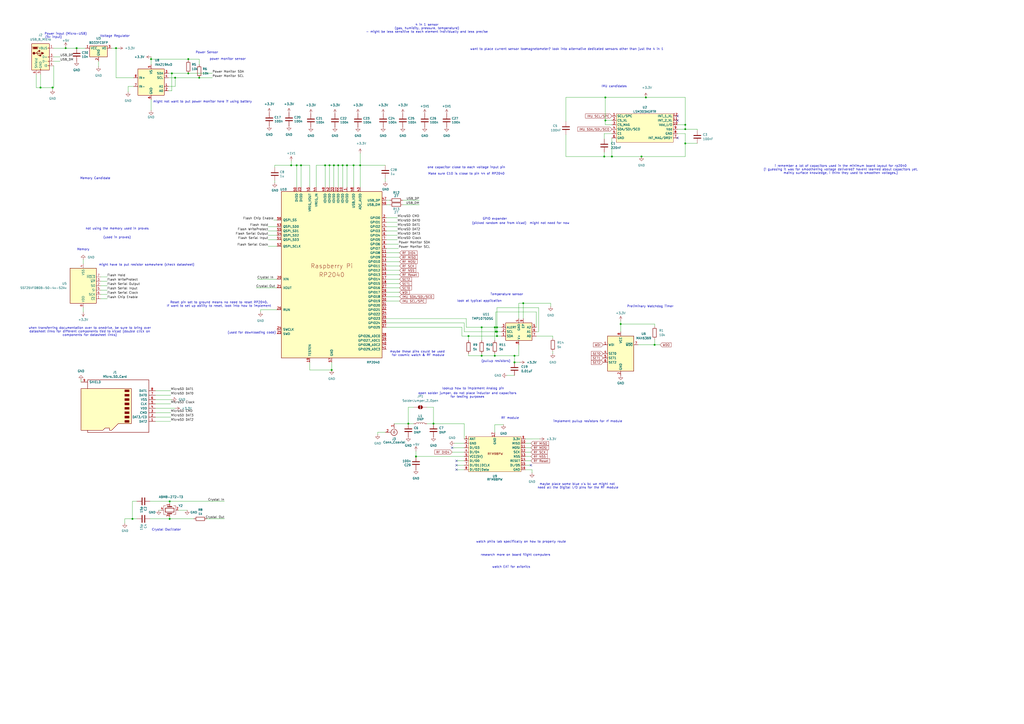
<source format=kicad_sch>
(kicad_sch (version 20250114) (generator "eeschema") (generator_version "9.0")
  (paper "A2")
  (text "lookup how to implement Analog pin " (at 274.955 225.425 0) (effects (font (size 1.27 1.27))))
  (text "watch phils lab specifically on how to properly route" (at 302.26 314.325 0) (effects (font (size 1.27 1.27))))
  (text "4 in 1 sensor\n(gas, humidity, pressure, temperature)\n- might be less sensitive to each element individually and less precise\n" (at 247.65 16.51 0) (effects (font (size 1.27 1.27))))
  (text "open solder jumper, do not place inductor and capacitors\nfor testing purposes" (at 271.145 229.235 0) (effects (font (size 1.27 1.27))))
  (text "might have to put resistor somewhere (check datasheet)" (at 85.09 153.67 0) (effects (font (size 1.27 1.27))))
  (text "RF module" (at 295.91 242.57 0) (effects (font (size 1.27 1.27))))
  (text "might not want to put power monitor here if using battery" (at 117.475 59.055 0) (effects (font (size 1.27 1.27))))
  (text "magnetometer? look into alternative dedicated sensors other than just the 4 in 1" (at 344.805 28.575 0) (effects (font (size 1.27 1.27))))
  (text "i remember a lot of capacitors used in the minimum board layout for rp2040\n(i guessing it was for smoothening voltage delivered? havent learned about capacitors yet,\nmainly surface knowledge, i think they used to smoothen voltages.)" (at 487.68 98.425 0) (effects (font (size 1.27 1.27))))
  (text "look at typical application" (at 278.13 174.625 0) (effects (font (size 1.27 1.27))))
  (text "Reset pin set to ground means no need to reset RP2040.\nIf want to set up ability to reset, look into how to implement" (at 127 176.53 0) (effects (font (size 1.27 1.27))))
  (text "one capacitor close to each voltage input pin" (at 270.51 97.155 0) (effects (font (size 1.27 1.27))))
  (text "might not need for now" (at 318.77 129.54 0) (effects (font (size 1.27 1.27))))
  (text "Power Sensor" (at 120.015 30.48 0) (effects (font (size 1.27 1.27))))
  (text "Power input (Micro-USB)" (at 38.1 19.685 0) (effects (font (size 1.27 1.27))))
  (text "watch EAT for avionics" (at 296.545 328.93 0) (effects (font (size 1.27 1.27))))
  (text "Memory Candidate" (at 55.245 103.505 0) (effects (font (size 1.27 1.27))))
  (text "maybe these pins could be used \nfor cosmic watch & RF module" (at 242.57 205.105 0) (effects (font (size 1.27 1.27))))
  (text "Memory" (at 48.26 144.78 0) (effects (font (size 1.27 1.27))))
  (text "Make sure C10 is close to pin 44 of RP2040" (at 248.285 101.6 0) (effects (font (size 1.27 1.27)) (justify left bottom)))
  (text "GPIO expander" (at 287.02 127 0) (effects (font (size 1.27 1.27))))
  (text "power monitor sensor\n" (at 132.08 34.29 0) (effects (font (size 1.27 1.27))))
  (text "Crystal Oscillator" (at 96.52 307.34 0) (effects (font (size 1.27 1.27))))
  (text "want to place current sensor too" (at 288.925 28.575 0) (effects (font (size 1.27 1.27))))
  (text "Voltage Regulator" (at 66.675 20.955 0) (effects (font (size 1.27 1.27))))
  (text "(picked random one from kicad)" (at 289.56 129.54 0) (effects (font (size 1.27 1.27))))
  (text "Temperature sensor" (at 294.005 170.815 0) (effects (font (size 1.27 1.27))))
  (text "maybe place some blue x's bc we might not \nneed all the Digital I/O pins for the RF module" (at 335.28 281.94 0) (effects (font (size 1.27 1.27))))
  (text "IMU candidates" (at 356.235 50.165 0) (effects (font (size 1.27 1.27))))
  (text "not using the memory used in proves\n" (at 67.945 132.715 0) (effects (font (size 1.27 1.27))))
  (text "research more on board flight computers\n" (at 299.085 321.945 0) (effects (font (size 1.27 1.27))))
  (text "(used in proves)" (at 67.945 137.795 0) (effects (font (size 1.27 1.27))))
  (text "Preliminary Watchdog Timer" (at 377.19 177.8 0) (effects (font (size 1.27 1.27))))
  (text "implement pullup resistors for rf module" (at 340.995 244.475 0) (effects (font (size 1.27 1.27))))
  (text "(pullup resistors)" (at 287.655 209.55 0) (effects (font (size 1.27 1.27))))
  (text "(5v input)" (at 31.115 21.59 0) (effects (font (size 1.27 1.27))))
  (text "(used for downloading code)" (at 146.05 193.04 0) (effects (font (size 1.27 1.27))))
  (text "when transferring documentation over to onedrive, be sure to bring over\ndatasheet links for different components tied to kicad (double click on\ncomponents for datasheet links)" (at 52.07 192.405 0) (effects (font (size 1.27 1.27))))
  (junction (at 241.3 264.795))
  (junction (at 101.6 45.085))
  (junction (at 196.215 95.885))
  (junction (at 279.4 206.375))
  (junction (at 374.65 56.515))
  (junction (at 279.4 189.865))
  (junction (at 236.855 245.745))
  (junction (at 351.155 69.85))
  (junction (at 208.915 95.885))
  (junction (at 271.78 194.945))
  (junction (at 303.53 175.895))
  (junction (at 23.495 50.8))
  (junction (at 168.91 95.885))
  (junction (at 287.02 206.375))
  (junction (at 30.48 50.8))
  (junction (at 174.625 95.885))
  (junction (at 372.11 90.805))
  (junction (at 287.02 189.865))
  (junction (at 287.655 192.405))
  (junction (at 288.29 189.865))
  (junction (at 354.965 90.805))
  (junction (at 288.29 194.945))
  (junction (at 198.755 95.885))
  (junction (at 298.45 206.375))
  (junction (at 251.46 245.745))
  (junction (at 193.675 95.885))
  (junction (at 76.835 300.99))
  (junction (at 288.29 192.405))
  (junction (at 98.425 300.99))
  (junction (at 205.105 95.885))
  (junction (at 350.52 90.805))
  (junction (at 191.135 95.885))
  (junction (at 379.73 200.025))
  (junction (at 99.695 42.545))
  (junction (at 98.425 290.83))
  (junction (at 38.1 27.94))
  (junction (at 115.57 45.085))
  (junction (at 192.405 214.63))
  (junction (at 109.22 34.29))
  (junction (at 188.595 95.885))
  (junction (at 397.51 72.39))
  (junction (at 44.45 27.94))
  (junction (at 360.045 187.96))
  (junction (at 109.22 42.545))
  (junction (at 87.63 34.29))
  (junction (at 67.31 27.94))
  (junction (at 172.085 95.885))
  (junction (at 201.295 95.885))
  (junction (at 397.51 83.185))
  (junction (at 351.155 56.515))
  (junction (at 397.51 74.93))
  (junction (at 298.45 210.185))
  (no_connect (at 393.065 67.31))
  (no_connect (at 393.065 69.85))
  (no_connect (at 264.795 272.415))
  (no_connect (at 264.795 269.875))
  (no_connect (at 393.065 80.01))
  (no_connect (at 262.255 259.715))
  (no_connect (at 307.975 269.875))
  (no_connect (at 264.795 267.335))
  (wire (pts (xy 374.65 56.515) (xy 397.51 56.515)))
  (wire (pts (xy 99.695 42.545) (xy 109.22 42.545)))
  (wire (pts (xy 74.295 53.34) (xy 74.295 50.165)))
  (wire (pts (xy 224.155 159.385) (xy 231.775 159.385)))
  (wire (pts (xy 404.495 75.565) (xy 404.495 74.93)))
  (wire (pts (xy 290.83 194.945) (xy 288.29 194.945)))
  (wire (pts (xy 393.065 77.47) (xy 397.51 77.47)))
  (wire (pts (xy 224.155 133.985) (xy 230.505 133.985)))
  (wire (pts (xy 155.575 142.875) (xy 160.655 142.875)))
  (wire (pts (xy 264.795 269.875) (xy 269.24 269.875)))
  (wire (pts (xy 288.29 192.405) (xy 287.655 192.405)))
  (wire (pts (xy 208.915 95.885) (xy 223.52 95.885)))
  (wire (pts (xy 44.45 27.94) (xy 49.53 27.94)))
  (wire (pts (xy 287.02 206.375) (xy 298.45 206.375)))
  (wire (pts (xy 193.675 108.585) (xy 193.675 95.885)))
  (wire (pts (xy 67.31 27.94) (xy 68.58 27.94)))
  (wire (pts (xy 240.03 236.22) (xy 236.855 236.22)))
  (wire (pts (xy 159.385 95.885) (xy 168.91 95.885)))
  (wire (pts (xy 379.73 187.96) (xy 360.045 187.96)))
  (wire (pts (xy 31.115 33.02) (xy 34.925 33.02)))
  (wire (pts (xy 196.215 95.885) (xy 198.755 95.885)))
  (wire (pts (xy 224.155 167.005) (xy 231.775 167.005)))
  (wire (pts (xy 304.8 254.635) (xy 313.055 254.635)))
  (wire (pts (xy 115.57 34.29) (xy 115.57 37.465)))
  (wire (pts (xy 224.155 136.525) (xy 230.505 136.525)))
  (wire (pts (xy 48.26 178.435) (xy 48.26 180.975)))
  (wire (pts (xy 174.625 95.885) (xy 172.085 95.885)))
  (wire (pts (xy 87.63 34.29) (xy 87.63 37.465)))
  (wire (pts (xy 300.99 206.375) (xy 298.45 206.375)))
  (wire (pts (xy 158.75 127.635) (xy 160.655 127.635)))
  (wire (pts (xy 46.99 220.345) (xy 46.99 221.615)))
  (wire (pts (xy 226.06 116.205) (xy 224.155 116.205)))
  (wire (pts (xy 287.02 250.825) (xy 287.02 246.38)))
  (wire (pts (xy 304.8 272.415) (xy 308.61 272.415)))
  (wire (pts (xy 98.425 292.1) (xy 98.425 290.83)))
  (wire (pts (xy 397.51 74.93) (xy 393.065 74.93)))
  (wire (pts (xy 351.155 69.85) (xy 351.155 56.515)))
  (wire (pts (xy 288.29 189.865) (xy 288.29 192.405)))
  (wire (pts (xy 270.51 189.865) (xy 270.51 184.785)))
  (wire (pts (xy 223.52 103.505) (xy 223.52 105.41)))
  (wire (pts (xy 287.655 180.975) (xy 287.655 192.405)))
  (wire (pts (xy 224.155 144.145) (xy 231.14 144.145)))
  (wire (pts (xy 64.77 27.94) (xy 67.31 27.94)))
  (wire (pts (xy 271.78 205.105) (xy 271.78 206.375)))
  (wire (pts (xy 92.075 295.91) (xy 93.345 295.91)))
  (wire (pts (xy 379.73 196.85) (xy 379.73 200.025)))
  (wire (pts (xy 294.005 217.805) (xy 298.45 217.805)))
  (wire (pts (xy 224.155 164.465) (xy 231.775 164.465)))
  (wire (pts (xy 263.525 257.175) (xy 269.24 257.175)))
  (wire (pts (xy 288.29 178.435) (xy 288.29 189.865)))
  (wire (pts (xy 90.17 244.475) (xy 99.06 244.475)))
  (wire (pts (xy 97.79 45.085) (xy 101.6 45.085)))
  (wire (pts (xy 97.79 52.705) (xy 99.695 52.705)))
  (wire (pts (xy 224.155 149.225) (xy 231.775 149.225)))
  (wire (pts (xy 219.075 252.095) (xy 219.075 250.825)))
  (wire (pts (xy 300.99 175.895) (xy 303.53 175.895)))
  (wire (pts (xy 319.405 175.895) (xy 303.53 175.895)))
  (wire (pts (xy 179.705 95.885) (xy 174.625 95.885)))
  (wire (pts (xy 109.22 42.545) (xy 123.19 42.545)))
  (wire (pts (xy 262.255 259.715) (xy 269.24 259.715)))
  (wire (pts (xy 31.115 50.8) (xy 30.48 50.8)))
  (wire (pts (xy 20.955 50.8) (xy 23.495 50.8)))
  (wire (pts (xy 279.4 189.865) (xy 279.4 197.485)))
  (wire (pts (xy 191.135 108.585) (xy 191.135 95.885)))
  (wire (pts (xy 120.015 300.99) (xy 130.175 300.99)))
  (wire (pts (xy 179.705 214.63) (xy 192.405 214.63)))
  (wire (pts (xy 148.59 167.005) (xy 160.655 167.005)))
  (wire (pts (xy 99.695 52.705) (xy 99.695 42.545)))
  (wire (pts (xy 354.965 72.39) (xy 351.155 72.39)))
  (wire (pts (xy 397.51 77.47) (xy 397.51 83.185)))
  (wire (pts (xy 311.15 180.975) (xy 287.655 180.975)))
  (wire (pts (xy 183.515 95.885) (xy 188.595 95.885)))
  (wire (pts (xy 76.835 290.83) (xy 76.835 300.99)))
  (wire (pts (xy 159.385 104.775) (xy 159.385 106.045)))
  (wire (pts (xy 192.405 210.185) (xy 192.405 214.63)))
  (wire (pts (xy 224.155 187.325) (xy 269.24 187.325)))
  (wire (pts (xy 72.39 300.99) (xy 72.39 303.53)))
  (wire (pts (xy 397.51 72.39) (xy 397.51 74.93)))
  (wire (pts (xy 98.425 299.72) (xy 98.425 300.99)))
  (wire (pts (xy 308.61 272.415) (xy 308.61 274.32)))
  (wire (pts (xy 67.31 45.085) (xy 77.47 45.085)))
  (wire (pts (xy 196.215 108.585) (xy 196.215 95.885)))
  (wire (pts (xy 201.295 95.885) (xy 201.295 108.585)))
  (wire (pts (xy 311.15 189.865) (xy 311.15 180.975)))
  (wire (pts (xy 350.52 88.265) (xy 350.52 90.805)))
  (wire (pts (xy 58.42 160.655) (xy 62.23 160.655)))
  (wire (pts (xy 23.495 43.18) (xy 23.495 50.8)))
  (wire (pts (xy 312.42 192.405) (xy 312.42 178.435)))
  (wire (pts (xy 87.63 33.02) (xy 87.63 34.29)))
  (wire (pts (xy 393.065 72.39) (xy 397.51 72.39)))
  (wire (pts (xy 188.595 95.885) (xy 191.135 95.885)))
  (wire (pts (xy 159.385 97.155) (xy 159.385 95.885)))
  (wire (pts (xy 287.02 189.865) (xy 288.29 189.865)))
  (wire (pts (xy 288.29 192.405) (xy 288.29 194.945)))
  (wire (pts (xy 155.575 133.985) (xy 160.655 133.985)))
  (wire (pts (xy 79.375 290.83) (xy 76.835 290.83)))
  (wire (pts (xy 160.655 179.705) (xy 151.13 179.705)))
  (wire (pts (xy 98.425 300.99) (xy 112.395 300.99)))
  (wire (pts (xy 38.1 27.305) (xy 38.1 27.94)))
  (wire (pts (xy 58.42 170.815) (xy 62.23 170.815)))
  (wire (pts (xy 270.51 189.865) (xy 279.4 189.865)))
  (wire (pts (xy 191.135 95.885) (xy 193.675 95.885)))
  (wire (pts (xy 224.155 126.365) (xy 230.505 126.365)))
  (wire (pts (xy 31.115 35.56) (xy 34.925 35.56)))
  (wire (pts (xy 304.8 264.795) (xy 307.975 264.795)))
  (wire (pts (xy 224.155 156.845) (xy 231.775 156.845)))
  (wire (pts (xy 198.755 95.885) (xy 201.295 95.885)))
  (wire (pts (xy 90.17 226.695) (xy 99.06 226.695)))
  (wire (pts (xy 290.83 189.865) (xy 288.29 189.865)))
  (wire (pts (xy 224.155 151.765) (xy 231.775 151.765)))
  (wire (pts (xy 319.405 177.8) (xy 319.405 175.895)))
  (wire (pts (xy 193.675 95.885) (xy 196.215 95.885)))
  (wire (pts (xy 224.155 146.685) (xy 231.775 146.685)))
  (wire (pts (xy 58.42 168.275) (xy 62.23 168.275)))
  (wire (pts (xy 224.155 189.865) (xy 267.97 189.865)))
  (wire (pts (xy 304.8 269.875) (xy 307.975 269.875)))
  (wire (pts (xy 103.505 295.91) (xy 108.585 295.91)))
  (wire (pts (xy 279.4 205.105) (xy 279.4 206.375)))
  (wire (pts (xy 351.155 56.515) (xy 328.295 56.515)))
  (wire (pts (xy 269.24 192.405) (xy 269.24 187.325)))
  (wire (pts (xy 67.31 27.94) (xy 67.31 45.085)))
  (wire (pts (xy 86.995 300.99) (xy 98.425 300.99)))
  (wire (pts (xy 397.51 74.93) (xy 404.495 74.93)))
  (wire (pts (xy 224.155 172.085) (xy 231.775 172.085)))
  (wire (pts (xy 350.52 77.47) (xy 350.52 80.645)))
  (wire (pts (xy 38.1 27.94) (xy 44.45 27.94)))
  (wire (pts (xy 236.855 236.22) (xy 236.855 245.745)))
  (wire (pts (xy 328.295 90.805) (xy 350.52 90.805)))
  (wire (pts (xy 172.085 95.885) (xy 172.085 108.585)))
  (wire (pts (xy 20.955 43.18) (xy 20.955 50.8)))
  (wire (pts (xy 354.965 77.47) (xy 350.52 77.47)))
  (wire (pts (xy 328.295 56.515) (xy 328.295 70.485)))
  (wire (pts (xy 264.795 272.415) (xy 269.24 272.415)))
  (wire (pts (xy 31.115 38.1) (xy 31.115 50.8)))
  (wire (pts (xy 205.105 108.585) (xy 205.105 95.885)))
  (wire (pts (xy 87.63 64.135) (xy 87.63 57.785)))
  (wire (pts (xy 320.675 194.945) (xy 320.675 196.215)))
  (wire (pts (xy 109.22 34.29) (xy 115.57 34.29)))
  (wire (pts (xy 30.48 50.8) (xy 30.48 52.07)))
  (wire (pts (xy 243.205 116.205) (xy 233.68 116.205)))
  (wire (pts (xy 372.11 90.805) (xy 397.51 90.805)))
  (wire (pts (xy 397.51 83.185) (xy 404.495 83.185)))
  (wire (pts (xy 90.17 239.395) (xy 99.06 239.395)))
  (wire (pts (xy 149.225 161.925) (xy 160.655 161.925)))
  (wire (pts (xy 311.15 192.405) (xy 312.42 192.405)))
  (wire (pts (xy 90.17 241.935) (xy 99.06 241.935)))
  (wire (pts (xy 264.795 267.335) (xy 269.24 267.335)))
  (wire (pts (xy 320.675 205.105) (xy 320.675 203.835)))
  (wire (pts (xy 224.155 184.785) (xy 270.51 184.785)))
  (wire (pts (xy 151.13 179.705) (xy 151.13 180.975)))
  (wire (pts (xy 251.46 245.745) (xy 269.24 245.745)))
  (wire (pts (xy 351.155 72.39) (xy 351.155 69.85)))
  (wire (pts (xy 301.625 210.185) (xy 298.45 210.185)))
  (wire (pts (xy 201.295 95.885) (xy 205.105 95.885)))
  (wire (pts (xy 23.495 50.8) (xy 30.48 50.8)))
  (wire (pts (xy 287.02 246.38) (xy 292.1 246.38)))
  (wire (pts (xy 271.78 194.945) (xy 271.78 197.485)))
  (wire (pts (xy 90.17 231.775) (xy 99.695 231.775)))
  (wire (pts (xy 311.15 194.945) (xy 320.675 194.945)))
  (wire (pts (xy 208.915 88.9) (xy 208.915 95.885)))
  (wire (pts (xy 101.6 45.085) (xy 115.57 45.085)))
  (wire (pts (xy 224.155 139.065) (xy 230.505 139.065)))
  (wire (pts (xy 155.575 136.525) (xy 160.655 136.525)))
  (wire (pts (xy 86.995 290.83) (xy 98.425 290.83)))
  (wire (pts (xy 205.105 95.885) (xy 208.915 95.885)))
  (wire (pts (xy 251.46 236.22) (xy 251.46 245.745)))
  (wire (pts (xy 228.6 245.745) (xy 236.855 245.745)))
  (wire (pts (xy 168.91 93.345) (xy 168.91 95.885)))
  (wire (pts (xy 271.78 194.945) (xy 288.29 194.945)))
  (wire (pts (xy 247.65 245.745) (xy 251.46 245.745)))
  (wire (pts (xy 57.15 35.56) (xy 57.15 38.735)))
  (wire (pts (xy 303.53 175.895) (xy 303.53 184.785)))
  (wire (pts (xy 31.115 27.94) (xy 38.1 27.94)))
  (wire (pts (xy 379.73 200.025) (xy 382.905 200.025)))
  (wire (pts (xy 328.295 78.105) (xy 328.295 90.805)))
  (wire (pts (xy 397.51 56.515) (xy 397.51 72.39)))
  (wire (pts (xy 208.915 95.885) (xy 208.915 108.585)))
  (wire (pts (xy 287.02 205.105) (xy 287.02 206.375)))
  (wire (pts (xy 174.625 108.585) (xy 174.625 95.885)))
  (wire (pts (xy 90.17 229.235) (xy 99.06 229.235)))
  (wire (pts (xy 98.425 290.83) (xy 130.175 290.83)))
  (wire (pts (xy 354.965 80.01) (xy 354.965 90.805)))
  (wire (pts (xy 247.65 236.22) (xy 251.46 236.22)))
  (wire (pts (xy 287.02 189.865) (xy 287.02 197.485)))
  (wire (pts (xy 224.155 128.905) (xy 230.505 128.905)))
  (wire (pts (xy 115.57 45.085) (xy 123.19 45.085)))
  (wire (pts (xy 312.42 178.435) (xy 288.29 178.435)))
  (wire (pts (xy 224.155 154.305) (xy 231.775 154.305)))
  (wire (pts (xy 262.255 262.255) (xy 269.24 262.255)))
  (wire (pts (xy 224.155 131.445) (xy 230.505 131.445)))
  (wire (pts (xy 90.17 234.315) (xy 99.06 234.315)))
  (wire (pts (xy 379.73 189.23) (xy 379.73 187.96)))
  (wire (pts (xy 179.705 210.185) (xy 179.705 214.63)))
  (wire (pts (xy 360.045 186.055) (xy 360.045 187.96)))
  (wire (pts (xy 188.595 108.585) (xy 188.595 95.885)))
  (wire (pts (xy 290.83 192.405) (xy 288.29 192.405)))
  (wire (pts (xy 304.8 267.335) (xy 307.975 267.335)))
  (wire (pts (xy 304.8 262.255) (xy 307.975 262.255)))
  (wire (pts (xy 226.06 118.745) (xy 224.155 118.745)))
  (wire (pts (xy 243.205 118.745) (xy 233.68 118.745)))
  (wire (pts (xy 183.515 108.585) (xy 183.515 95.885)))
  (wire (pts (xy 287.655 192.405) (xy 269.24 192.405)))
  (wire (pts (xy 224.155 169.545) (xy 231.775 169.545)))
  (wire (pts (xy 97.79 50.165) (xy 101.6 50.165)))
  (wire (pts (xy 267.97 194.945) (xy 271.78 194.945)))
  (wire (pts (xy 168.91 95.885) (xy 172.085 95.885)))
  (wire (pts (xy 198.755 108.585) (xy 198.755 95.885)))
  (wire (pts (xy 300.99 184.785) (xy 300.99 175.895)))
  (wire (pts (xy 304.8 259.715) (xy 307.975 259.715)))
  (wire (pts (xy 397.51 83.185) (xy 397.51 90.805)))
  (wire (pts (xy 58.42 165.735) (xy 62.23 165.735)))
  (wire (pts (xy 374.65 56.515) (xy 351.155 56.515)))
  (wire (pts (xy 109.22 34.29) (xy 109.22 34.925)))
  (wire (pts (xy 279.4 206.375) (xy 287.02 206.375)))
  (wire (pts (xy 224.155 161.925) (xy 231.775 161.925)))
  (wire (pts (xy 48.26 150.495) (xy 48.26 153.035)))
  (wire (pts (xy 79.375 300.99) (xy 76.835 300.99)))
  (wire (pts (xy 155.575 131.445) (xy 160.655 131.445)))
  (wire (pts (xy 269.24 245.745) (xy 269.24 254.635)))
  (wire (pts (xy 354.965 90.805) (xy 372.11 90.805)))
  (wire (pts (xy 298.45 206.375) (xy 298.45 210.185)))
  (wire (pts (xy 241.3 264.795) (xy 269.24 264.795)))
  (wire (pts (xy 224.155 174.625) (xy 231.775 174.625)))
  (wire (pts (xy 304.8 257.175) (xy 307.975 257.175)))
  (wire (pts (xy 360.045 187.96) (xy 360.045 192.405)))
  (wire (pts (xy 58.42 173.355) (xy 62.23 173.355)))
  (wire (pts (xy 72.39 300.99) (xy 76.835 300.99)))
  (wire (pts (xy 87.63 34.29) (xy 109.22 34.29)))
  (wire (pts (xy 350.52 90.805) (xy 354.965 90.805)))
  (wire (pts (xy 267.97 189.865) (xy 267.97 194.945)))
  (wire (pts (xy 155.575 139.065) (xy 160.655 139.065)))
  (wire (pts (xy 58.42 163.195) (xy 62.23 163.195)))
  (wire (pts (xy 271.78 206.375) (xy 279.4 206.375)))
  (wire (pts (xy 241.3 261.62) (xy 241.3 264.795)))
  (wire (pts (xy 179.705 108.585) (xy 179.705 95.885)))
  (wire (pts (xy 224.155 141.605) (xy 231.14 141.605)))
  (wire (pts (xy 101.6 45.085) (xy 101.6 50.165)))
  (wire (pts (xy 97.79 42.545) (xy 99.695 42.545)))
  (wire (pts (xy 219.075 250.825) (xy 223.52 250.825)))
  (wire (pts (xy 279.4 189.865) (xy 287.02 189.865)))
  (wire (pts (xy 74.295 50.165) (xy 77.47 50.165)))
  (wire (pts (xy 90.17 236.855) (xy 101.6 236.855)))
  (wire (pts (xy 370.205 200.025) (xy 379.73 200.025)))
  (wire (pts (xy 351.155 69.85) (xy 354.965 69.85)))
  (wire (pts (xy 300.99 200.025) (xy 300.99 206.375)))
  (wire (pts (xy 236.855 245.745) (xy 240.03 245.745)))
  (label "USB_DP" (at 243.205 116.205 180))
  (label "MicroSD DAT3" (at 99.06 241.935 0))
  (label "Power Monitor SCL" (at 123.19 45.085 0))
  (label "Flash Serial Input" (at 62.23 168.275 0))
  (label "Power Monitor SCL" (at 231.14 144.145 0))
  (label "Flash Hold" (at 155.575 131.445 180))
  (label "Flash Hold" (at 62.23 160.655 0))
  (label "USB_DM" (at 34.925 35.56 0))
  (label "Flash Chip Enable" (at 62.23 173.355 0))
  (label "Flash Serial Output" (at 155.575 136.525 180))
  (label "Flash Serial Input" (at 155.575 139.065 180))
  (label "Crystal Out" (at 130.175 300.99 180))
  (label "Crystal In" (at 130.175 290.83 180))
  (label "MicroSD DAT1" (at 230.505 131.445 0))
  (label "USB_DM" (at 243.205 118.745 180))
  (label "Crystal In" (at 149.225 161.925 0))
  (label "MicroSD DAT0" (at 99.06 229.235 0))
  (label "MicroSD CMD" (at 99.06 239.395 0))
  (label "Power Monitor SDA" (at 123.19 42.545 0))
  (label "Flash WriteProtect" (at 155.575 133.985 180))
  (label "Flash Serial Clock" (at 155.575 142.875 180))
  (label "Flash Chip Enable" (at 158.75 127.635 180))
  (label "MicroSD CMD" (at 230.505 126.365 0))
  (label "MicroSD DAT2" (at 99.06 244.475 0))
  (label "Crystal Out" (at 148.59 167.005 0))
  (label "MicroSD DAT3" (at 230.505 136.525 0))
  (label "USB_DP" (at 34.925 33.02 0))
  (label "Power Monitor SDA" (at 231.14 141.605 0))
  (label "MicroSD DAT1" (at 99.06 226.695 0))
  (label "Flash WriteProtect" (at 62.23 163.195 0))
  (label "Flash Serial Output" (at 62.23 165.735 0))
  (label "MicroSD DAT0" (at 230.505 128.905 0))
  (label "Flash Serial Clock" (at 62.23 170.815 0))
  (label "MicroSD Clock" (at 99.06 234.315 0))
  (label "MicroSD DAT2" (at 230.505 133.985 0))
  (label "MicroSD Clock" (at 230.505 139.065 0))
  (global_label "SET1" (shape input) (at 349.885 207.645 180) (property "Intersheetrefs" "${INTERSHEET_REFS}" (effects (hide yes))))
  (global_label "RF MISO" (shape input) (at 307.975 257.175 0) (property "Intersheetrefs" "${INTERSHEET_REFS}" (effects (hide yes))))
  (global_label "RF Reset" (shape input) (at 307.975 267.335 0) (property "Intersheetrefs" "${INTERSHEET_REFS}" (effects (hide yes))))
  (global_label "RF NSS" (shape input) (at 307.975 264.795 0) (property "Intersheetrefs" "${INTERSHEET_REFS}" (effects (hide yes))))
  (global_label "IMU SCL{slash}SPC" (shape input) (at 354.965 67.31 180) (property "Intersheetrefs" "${INTERSHEET_REFS}" (effects (hide yes))))
  (global_label "SET0" (shape input) (at 231.775 167.005 0) (property "Intersheetrefs" "${INTERSHEET_REFS}" (effects (hide yes))))
  (global_label "SET1" (shape input) (at 231.775 164.465 0) (property "Intersheetrefs" "${INTERSHEET_REFS}" (effects (hide yes))))
  (global_label "RF Reset" (shape input) (at 231.775 159.385 0) (property "Intersheetrefs" "${INTERSHEET_REFS}" (effects (hide yes))))
  (global_label "RF DIO4" (shape input) (at 231.775 146.685 0) (property "Intersheetrefs" "${INTERSHEET_REFS}" (effects (hide yes))))
  (global_label "IMU SDA{slash}SDI{slash}SCO" (shape input) (at 231.775 172.085 0) (property "Intersheetrefs" "${INTERSHEET_REFS}" (effects (hide yes))))
  (global_label "WDI" (shape input) (at 231.775 169.545 0) (property "Intersheetrefs" "${INTERSHEET_REFS}" (effects (hide yes))))
  (global_label "RF MOSI" (shape input) (at 231.775 151.765 0) (property "Intersheetrefs" "${INTERSHEET_REFS}" (effects (hide yes))))
  (global_label "RF MISO" (shape input) (at 231.775 149.225 0) (property "Intersheetrefs" "${INTERSHEET_REFS}" (effects (hide yes))))
  (global_label "RF DIO4" (shape input) (at 262.255 262.255 180) (property "Intersheetrefs" "${INTERSHEET_REFS}" (effects (hide yes))))
  (global_label "RF NSS" (shape input) (at 231.775 156.845 0) (property "Intersheetrefs" "${INTERSHEET_REFS}" (effects (hide yes))))
  (global_label "SET2" (shape input) (at 349.885 210.185 180) (property "Intersheetrefs" "${INTERSHEET_REFS}" (effects (hide yes))))
  (global_label "SET2" (shape input) (at 231.775 161.925 0) (property "Intersheetrefs" "${INTERSHEET_REFS}" (effects (hide yes))))
  (global_label "WDI" (shape input) (at 349.885 200.025 180) (property "Intersheetrefs" "${INTERSHEET_REFS}" (effects (hide yes))))
  (global_label "SET0" (shape input) (at 349.885 205.105 180) (property "Intersheetrefs" "${INTERSHEET_REFS}" (effects (hide yes))))
  (global_label "IMU SCL{slash}SPC" (shape input) (at 231.775 174.625 0) (property "Intersheetrefs" "${INTERSHEET_REFS}" (effects (hide yes))))
  (global_label "WDO" (shape input) (at 382.905 200.025 0) (property "Intersheetrefs" "${INTERSHEET_REFS}" (effects (hide yes))))
  (global_label "RF MOSI" (shape input) (at 307.975 259.715 0) (property "Intersheetrefs" "${INTERSHEET_REFS}" (effects (hide yes))))
  (global_label "RF SCK" (shape input) (at 231.775 154.305 0) (property "Intersheetrefs" "${INTERSHEET_REFS}" (effects (hide yes))))
  (global_label "IMU SDA{slash}SDI{slash}SCO" (shape input) (at 354.965 74.93 180) (property "Intersheetrefs" "${INTERSHEET_REFS}" (effects (hide yes))))
  (global_label "RF SCK" (shape input) (at 307.975 262.255 0) (property "Intersheetrefs" "${INTERSHEET_REFS}" (effects (hide yes))))
  (symbol (lib_id "Device:C") (at 159.385 100.965 0) (unit 1)
    (property "Reference" "C8" (at 162.306 99.7966 0) (effects (justify left)))
    (property "Value" "1u" (at 162.306 102.108 0) (effects (justify left)))
    (property "Footprint" "Capacitor_SMD:C_0402_1005Metric" (effects (hide yes)))
  )
  (symbol (lib_id "Device:C") (at 246.38 69.85 0) (unit 1)
    (property "Reference" "C26" (at 249.301 68.6816 0) (effects (justify left)))
    (property "Value" "100n" (at 249.301 70.993 0) (effects (justify left)))
    (property "Footprint" "Capacitor_SMD:C_0402_1005Metric" (effects (hide yes)))
  )
  (symbol (lib_id "power:+3.3V") (at 233.68 66.04 0) (unit 1)
    (property "Reference" "#PWR037" (effects (hide yes)))
    (property "Value" "+3.3V" (at 233.68 60.96 0))
    (property "Description" "Power symbol creates a global label with name \"+3.3V\"" (effects (hide yes)))
  )
  (symbol (lib_id "Power_Supervisor:MAX6369") (at 360.045 205.105 0) (unit 1)
    (property "Reference" "U6" (at 373.38 193.6048 0))
    (property "Value" "MAX6369" (at 373.38 196.1448 0))
    (property "Footprint" "Package_TO_SOT_SMD:SOT-23-8" (effects (hide yes)))
    (property "Datasheet" "https://datasheets.maximintegrated.com/en/ds/MAX6369-MAX6374.pdf" (effects (hide yes)))
    (property "Description" "Precision Pin-Selectable Watchdog Timer, 200us to 60s, SOT-23-8" (effects (hide yes)))
  )
  (symbol (lib_id "power:+1V1") (at 259.08 66.04 0) (unit 1)
    (property "Reference" "#PWR039" (effects (hide yes)))
    (property "Value" "+1V1" (at 259.08 61.595 0))
    (property "Description" "Power symbol creates a global label with name \"+1V1\"" (effects (hide yes)))
  )
  (symbol (lib_id "Sensor_Energy:INA219AxD") (at 87.63 47.625 0) (unit 1)
    (property "Reference" "U8" (at 89.7733 34.925 0) (effects (justify left)))
    (property "Value" "INA219AxD" (at 89.7733 37.465 0) (effects (justify left)))
    (property "Footprint" "Package_SO:SOIC-8_3.9x4.9mm_P1.27mm" (effects (hide yes)))
    (property "Datasheet" "http://www.ti.com/lit/ds/symlink/ina219.pdf" (effects (hide yes)))
    (property "Description" "Zero-Drift, Bidirectional Current/Power Monitor (0-26V) With I2C Interface, SOIC-8" (effects (hide yes)))
  )
  (symbol (lib_id "power:+3.3V") (at 48.26 180.975 180) (unit 1)
    (property "Reference" "#PWR017" (effects (hide yes)))
    (property "Value" "+3.3V" (at 48.26 185.42 0))
    (property "Description" "Power symbol creates a global label with name \"+3.3V\"" (effects (hide yes)))
  )
  (symbol (lib_id "power:GND") (at 72.39 303.53 0) (unit 1)
    (property "Reference" "#PWR07" (effects (hide yes)))
    (property "Value" "GND" (at 72.517 307.9242 0))
  )
  (symbol (lib_id "Device:R") (at 287.02 201.295 0) (unit 1)
    (property "Reference" "R11" (at 289.56 200.0249 0) (effects (justify left)))
    (property "Value" "5k" (at 289.56 202.5649 0) (effects (justify left)))
    (property "Footprint" "Resistor_SMD:R_0402_1005Metric" (effects (hide yes)))
    (property "Description" "Resistor" (effects (hide yes)))
  )
  (symbol (lib_id "power:GND") (at 259.08 73.66 0) (unit 1)
    (property "Reference" "#PWR048" (effects (hide yes)))
    (property "Value" "GND" (at 259.08 78.74 0))
    (property "Description" "Power symbol creates a global label with name \"GND\" , ground" (effects (hide yes)))
  )
  (symbol (lib_id "power:+3.3V") (at 301.625 210.185 270) (unit 1)
    (property "Reference" "#PWR032" (effects (hide yes)))
    (property "Value" "+3.3V" (at 305.435 210.1849 90) (effects (justify left)))
    (property "Description" "Power symbol creates a global label with name \"+3.3V\"" (effects (hide yes)))
  )
  (symbol (lib_id "power:GND") (at 308.61 274.32 0) (unit 1)
    (property "Reference" "#PWR054" (effects (hide yes)))
    (property "Value" "GND" (at 308.61 279.4 0))
    (property "Description" "Power symbol creates a global label with name \"GND\" , ground" (effects (hide yes)))
  )
  (symbol (lib_id "Device:C") (at 223.52 99.695 0) (unit 1)
    (property "Reference" "C28" (at 226.441 98.5266 0) (effects (justify left)))
    (property "Value" "1u" (at 226.441 100.838 0) (effects (justify left)))
    (property "Footprint" "Capacitor_SMD:C_0402_1005Metric" (effects (hide yes)))
  )
  (symbol (lib_id "Device:C") (at 241.3 268.605 180) (unit 1)
    (property "Reference" "C29" (at 238.379 269.7734 0) (effects (justify left)))
    (property "Value" "100n" (at 238.379 267.462 0) (effects (justify left)))
    (property "Footprint" "Capacitor_SMD:C_0402_1005Metric" (effects (hide yes)))
  )
  (symbol (lib_id "power:GND") (at 30.48 52.07 0) (unit 1)
    (property "Reference" "#PWR03" (effects (hide yes)))
    (property "Value" "GND" (at 30.48 57.15 0))
    (property "Description" "Power symbol creates a global label with name \"GND\" , ground" (effects (hide yes)))
  )
  (symbol (lib_id "Device:C") (at 236.855 249.555 0) (unit 1)
    (property "Reference" "C6" (at 240.03 248.2849 0) (effects (justify left)))
    (property "Value" "DNP" (at 240.03 250.8249 0) (effects (justify left)))
    (property "Description" "Unpolarized capacitor" (effects (hide yes)))
  )
  (symbol (lib_id "power:+3.3V") (at 374.65 56.515 0) (unit 1)
    (property "Reference" "#PWR027" (effects (hide yes)))
    (property "Value" "+3.3V" (at 375.285 50.8 0))
    (property "Description" "Power symbol creates a global label with name \"+3.3V\"" (effects (hide yes)))
  )
  (symbol (lib_id "power:GND") (at 236.855 253.365 0) (unit 1)
    (property "Reference" "#PWR060" (effects (hide yes)))
    (property "Value" "GND" (at 236.855 258.445 0))
    (property "Description" "Power symbol creates a global label with name \"GND\" , ground" (effects (hide yes)))
  )
  (symbol (lib_id "Device:C") (at 222.25 69.85 0) (unit 1)
    (property "Reference" "C24" (at 225.171 68.6816 0) (effects (justify left)))
    (property "Value" "100n" (at 225.171 70.993 0) (effects (justify left)))
    (property "Footprint" "Capacitor_SMD:C_0402_1005Metric" (effects (hide yes)))
  )
  (symbol (lib_id "power:+3.3V") (at 222.25 66.04 0) (unit 1)
    (property "Reference" "#PWR036" (effects (hide yes)))
    (property "Value" "+3.3V" (at 222.25 60.96 0))
    (property "Description" "Power symbol creates a global label with name \"+3.3V\"" (effects (hide yes)))
  )
  (symbol (lib_id "Device:R") (at 229.87 118.745 270) (unit 1)
    (property "Reference" "R13" (at 229.87 121.285 90))
    (property "Value" "27" (at 229.87 123.19 90))
    (property "Footprint" "Resistor_SMD:R_0402_1005Metric" (effects (hide yes)))
    (property "Description" "Resistor" (effects (hide yes)))
  )
  (symbol (lib_id "power:GND") (at 44.45 35.56 0) (unit 1)
    (property "Reference" "#PWR056" (effects (hide yes)))
    (property "Value" "GND" (at 44.45 40.64 0))
    (property "Description" "Power symbol creates a global label with name \"GND\" , ground" (effects (hide yes)))
  )
  (symbol (lib_id "Device:C") (at 233.68 69.85 0) (unit 1)
    (property "Reference" "C25" (at 236.601 68.6816 0) (effects (justify left)))
    (property "Value" "100n" (at 236.601 70.993 0) (effects (justify left)))
    (property "Footprint" "Capacitor_SMD:C_0402_1005Metric" (effects (hide yes)))
  )
  (symbol (lib_id "power:GND") (at 74.295 53.34 0) (unit 1)
    (property "Reference" "#PWR022" (effects (hide yes)))
    (property "Value" "GND" (at 74.295 58.42 0))
    (property "Description" "Power symbol creates a global label with name \"GND\" , ground" (effects (hide yes)))
  )
  (symbol (lib_id "power:GND") (at 222.25 73.66 0) (unit 1)
    (property "Reference" "#PWR045" (effects (hide yes)))
    (property "Value" "GND" (at 222.25 78.74 0))
    (property "Description" "Power symbol creates a global label with name \"GND\" , ground" (effects (hide yes)))
  )
  (symbol (lib_id "power:+5V") (at 241.3 261.62 0) (unit 1)
    (property "Reference" "#PWR050" (effects (hide yes)))
    (property "Value" "+5V" (at 241.3 257.81 0))
    (property "Description" "Power symbol creates a global label with name \"+5V\"" (effects (hide yes)))
  )
  (symbol (lib_id "power:GND") (at 246.38 73.66 0) (unit 1)
    (property "Reference" "#PWR047" (effects (hide yes)))
    (property "Value" "GND" (at 246.38 78.74 0))
    (property "Description" "Power symbol creates a global label with name \"GND\" , ground" (effects (hide yes)))
  )
  (symbol (lib_id "power:GND") (at 156.21 73.025 0) (unit 1)
    (property "Reference" "#PWR040" (effects (hide yes)))
    (property "Value" "GND" (at 156.21 78.105 0))
    (property "Description" "Power symbol creates a global label with name \"GND\" , ground" (effects (hide yes)))
  )
  (symbol (lib_id "power:+3.3V") (at 207.645 66.04 0) (unit 1)
    (property "Reference" "#PWR035" (effects (hide yes)))
    (property "Value" "+3.3V" (at 207.645 60.96 0))
    (property "Description" "Power symbol creates a global label with name \"+3.3V\"" (effects (hide yes)))
  )
  (symbol (lib_id "power:+1V1") (at 168.91 93.345 0) (unit 1)
    (property "Reference" "#PWR049" (effects (hide yes)))
    (property "Value" "+1V1" (at 168.91 88.9 0))
    (property "Description" "Power symbol creates a global label with name \"+1V1\"" (effects (hide yes)))
  )
  (symbol (lib_id "power:GND") (at 251.46 253.365 0) (unit 1)
    (property "Reference" "#PWR061" (effects (hide yes)))
    (property "Value" "GND" (at 251.46 258.445 0))
    (property "Description" "Power symbol creates a global label with name \"GND\" , ground" (effects (hide yes)))
  )
  (symbol (lib_id "Device:R") (at 279.4 201.295 0) (unit 1)
    (property "Reference" "R10" (at 281.94 200.0249 0) (effects (justify left)))
    (property "Value" "5k" (at 281.94 202.5649 0) (effects (justify left)))
    (property "Footprint" "Resistor_SMD:R_0402_1005Metric" (effects (hide yes)))
    (property "Description" "Resistor" (effects (hide yes)))
  )
  (symbol (lib_id "Device:C") (at 404.495 79.375 0) (unit 1)
    (property "Reference" "C3" (at 407.67 78.1049 0) (effects (justify left)))
    (property "Value" "100nF" (at 407.67 80.6449 0) (effects (justify left)))
    (property "Footprint" "Capacitor_SMD:C_0402_1005Metric" (effects (hide yes)))
    (property "Description" "Unpolarized capacitor" (effects (hide yes)))
  )
  (symbol (lib_id "power:GND") (at 219.075 252.095 0) (unit 1)
    (property "Reference" "#PWR058" (effects (hide yes)))
    (property "Value" "GND" (at 219.075 257.175 0))
    (property "Description" "Power symbol creates a global label with name \"GND\" , ground" (effects (hide yes)))
  )
  (symbol (lib_id "power:GND") (at 294.005 217.805 270) (unit 1)
    (property "Reference" "#PWR030" (effects (hide yes)))
    (property "Value" "GND" (at 290.83 217.8049 90) (effects (justify right)))
    (property "Description" "Power symbol creates a global label with name \"GND\" , ground" (effects (hide yes)))
  )
  (symbol (lib_id "Device:R") (at 229.87 116.205 270) (unit 1)
    (property "Reference" "R12" (at 229.87 111.76 90))
    (property "Value" "27" (at 229.87 113.665 90))
    (property "Footprint" "Resistor_SMD:R_0402_1005Metric" (effects (hide yes)))
    (property "Description" "Resistor" (effects (hide yes)))
  )
  (symbol (lib_id "Jumper:SolderJumper_2_Open") (at 243.84 236.22 0) (unit 1) (exclude_from_sim yes) (in_bom no)
    (property "Reference" "JP1" (at 243.84 229.87 0))
    (property "Value" "SolderJumper_2_Open" (at 243.84 232.41 0))
    (property "Description" "Solder Jumper, 2-pole, open" (effects (hide yes)))
  )
  (symbol (lib_id "power:GND") (at 372.11 90.805 0) (unit 1)
    (property "Reference" "#PWR011" (effects (hide yes)))
    (property "Value" "GND" (at 372.11 95.885 0))
    (property "Description" "Power symbol creates a global label with name \"GND\" , ground" (effects (hide yes)))
  )
  (symbol (lib_id "power:GND") (at 48.26 150.495 180) (unit 1)
    (property "Reference" "#PWR016" (effects (hide yes)))
    (property "Value" "GND" (at 50.8 149.2249 0) (effects (justify right)))
    (property "Description" "Power symbol creates a global label with name \"GND\" , ground" (effects (hide yes)))
  )
  (symbol (lib_id "Device:C") (at 156.21 69.215 0) (unit 1)
    (property "Reference" "C17" (at 159.131 68.0466 0) (effects (justify left)))
    (property "Value" "100n" (at 159.131 70.358 0) (effects (justify left)))
    (property "Footprint" "Capacitor_SMD:C_0402_1005Metric" (effects (hide yes)))
  )
  (symbol (lib_id "power:GND") (at 151.13 180.975 0) (unit 1)
    (property "Reference" "#PWR010" (effects (hide yes)))
    (property "Value" "GND" (at 151.13 186.055 0))
    (property "Description" "Power symbol creates a global label with name \"GND\" , ground" (effects (hide yes)))
  )
  (symbol (lib_id "Device:R") (at 379.73 193.04 0) (unit 1)
    (property "Reference" "R1" (at 382.27 191.7699 0) (effects (justify left)))
    (property "Value" "10k" (at 382.27 194.3099 0) (effects (justify left)))
    (property "Footprint" "Resistor_SMD:R_0402_1005Metric" (effects (hide yes)))
    (property "Description" "Resistor" (effects (hide yes)))
  )
  (symbol (lib_id "Device:C") (at 259.08 69.85 0) (unit 1)
    (property "Reference" "C27" (at 262.001 68.6816 0) (effects (justify left)))
    (property "Value" "100n" (at 262.001 70.993 0) (effects (justify left)))
    (property "Footprint" "Capacitor_SMD:C_0402_1005Metric" (effects (hide yes)))
  )
  (symbol (lib_id "Device:C") (at 44.45 31.75 0) (unit 1)
    (property "Reference" "C30" (at 47.371 30.5816 0) (effects (justify left)))
    (property "Value" "10n" (at 47.371 32.893 0) (effects (justify left)))
    (property "Footprint" "Capacitor_SMD:C_0402_1005Metric" (effects (hide yes)))
  )
  (symbol (lib_id "Regulator_Linear:BD33FC0FP") (at 57.15 27.94 0) (unit 1)
    (property "Reference" "U3" (at 57.15 22.225 0))
    (property "Value" "BD33FC0FP" (at 57.15 24.765 0))
    (property "Footprint" "Package_TO_SOT_SMD:TO-252-2" (effects (hide yes)))
    (property "Datasheet" "https://fscdn.rohm.com/en/products/databook/datasheet/ic/power/linear_regulator/bdxxfc0wefj-e.pdf" (effects (hide yes)))
    (property "Description" "1A, 3.3V LDO regulator with OVP & TSP, without enable, TO-252" (effects (hide yes)))
  )
  (symbol (lib_id "Device:C") (at 83.185 290.83 270) (unit 1)
    (property "Reference" "C2" (at 84.3534 293.751 0) (effects (justify left)))
    (property "Value" "15p" (at 82.042 293.751 0) (effects (justify left)))
    (property "Footprint" "Capacitor_SMD:C_0402_1005Metric" (effects (hide yes)))
  )
  (symbol (lib_id "power:GND") (at 180.34 73.66 0) (unit 1)
    (property "Reference" "#PWR042" (effects (hide yes)))
    (property "Value" "GND" (at 180.34 78.74 0))
    (property "Description" "Power symbol creates a global label with name \"GND\" , ground" (effects (hide yes)))
  )
  (symbol (lib_id "Device:C") (at 298.45 213.995 180) (unit 1)
    (property "Reference" "C19" (at 302.26 212.7249 0) (effects (justify right)))
    (property "Value" "0.01uF" (at 302.26 215.2649 0) (effects (justify right)))
    (property "Footprint" "Capacitor_SMD:C_0402_1005Metric" (effects (hide yes)))
    (property "Description" "Unpolarized capacitor" (effects (hide yes)))
  )
  (symbol (lib_id "Device:C") (at 207.645 69.85 0) (unit 1)
    (property "Reference" "C23" (at 210.566 68.6816 0) (effects (justify left)))
    (property "Value" "100n" (at 210.566 70.993 0) (effects (justify left)))
    (property "Footprint" "Capacitor_SMD:C_0402_1005Metric" (effects (hide yes)))
  )
  (symbol (lib_id "Device:R") (at 116.205 300.99 270) (unit 1)
    (property "Reference" "R8" (at 116.205 295.7322 90))
    (property "Value" "1k" (at 116.205 298.0436 90))
    (property "Footprint" "Resistor_SMD:R_0402_1005Metric" (effects (hide yes)))
  )
  (symbol (lib_id "power:GND") (at 360.045 217.805 0) (unit 1)
    (property "Reference" "#PWR052" (effects (hide yes)))
    (property "Value" "GND" (at 360.045 222.25 0))
    (property "Description" "Power symbol creates a global label with name \"GND\" , ground" (effects (hide yes)))
  )
  (symbol (lib_id "Device:C") (at 194.31 69.85 0) (unit 1)
    (property "Reference" "C22" (at 197.231 68.6816 0) (effects (justify left)))
    (property "Value" "100n" (at 197.231 70.993 0) (effects (justify left)))
    (property "Footprint" "Capacitor_SMD:C_0402_1005Metric" (effects (hide yes)))
  )
  (symbol (lib_id "Device:C") (at 328.295 74.295 0) (unit 1)
    (property "Reference" "C5" (at 320.675 73.025 0) (effects (justify left)))
    (property "Value" "100nF" (at 319.405 75.565 0) (effects (justify left)))
    (property "Footprint" "Capacitor_SMD:C_0402_1005Metric" (effects (hide yes)))
    (property "Description" "Unpolarized capacitor" (effects (hide yes)))
  )
  (symbol (lib_id "Memory_Flash:SST25VF080B-50-4x-S2Ax") (at 48.26 165.735 180) (unit 1)
    (property "Reference" "U5" (at 38.735 164.4649 0) (effects (justify left)))
    (property "Value" "SST25VF080B-50-4x-S2Ax" (at 38.735 167.0049 0) (effects (justify left)))
    (property "Footprint" "Package_SO:SOIC-8_5.3x5.3mm_P1.27mm" (effects (hide yes)))
    (property "Datasheet" "http://ww1.microchip.com/downloads/en/DeviceDoc/20005045C.pdf" (effects (hide yes)))
    (property "Description" "8-Mbit, 2.7 to 3.6V, SPI Flash Memory, SOIC-8" (effects (hide yes)))
  )
  (symbol (lib_id "power:GND") (at 99.695 231.775 90) (unit 1)
    (property "Reference" "#PWR02" (effects (hide yes)))
    (property "Value" "GND" (at 103.505 231.7749 90) (effects (justify right)))
    (property "Description" "Power symbol creates a global label with name \"GND\" , ground" (effects (hide yes)))
  )
  (symbol (lib_id "power:+5V") (at 38.1 27.305 0) (unit 1)
    (property "Reference" "#PWR014" (effects (hide yes)))
    (property "Value" "+5V" (at 38.1 23.495 0))
    (property "Description" "Power symbol creates a global label with name \"+5V\"" (effects (hide yes)))
  )
  (symbol (lib_id "Connector:Micro_SD_Card") (at 67.31 236.855 180) (unit 1)
    (property "Reference" "J1" (at 66.675 215.9 0))
    (property "Value" "Micro_SD_Card" (at 66.675 218.44 0))
    (property "Datasheet" "https://www.we-online.com/components/products/datasheet/693072010801.pdf" (effects (hide yes)))
    (property "Description" "Micro SD Card Socket" (effects (hide yes)))
  )
  (symbol (lib_id "power:+3.3V") (at 208.915 88.9 0) (unit 1)
    (property "Reference" "#PWR025" (effects (hide yes)))
    (property "Value" "+3.3V" (at 209.55 83.185 0))
    (property "Description" "Power symbol creates a global label with name \"+3.3V\"" (effects (hide yes)))
  )
  (symbol (lib_id "power:+3.3V") (at 360.045 186.055 0) (unit 1)
    (property "Reference" "#PWR01" (effects (hide yes)))
    (property "Value" "+3.3V" (at 360.045 181.61 0))
    (property "Description" "Power symbol creates a global label with name \"+3.3V\"" (effects (hide yes)))
  )
  (symbol (lib_id "power:GND") (at 87.63 64.135 0) (unit 1)
    (property "Reference" "#PWR021" (effects (hide yes)))
    (property "Value" "GND" (at 87.63 67.945 0))
    (property "Description" "Power symbol creates a global label with name \"GND\" , ground" (effects (hide yes)))
  )
  (symbol (lib_id "1my_symbol:RF_Module") (at 275.59 248.285 0) (unit 1)
    (property "Reference" "U9" (at 287.02 276.225 0))
    (property "Value" "RFM98PW" (at 287.02 278.13 0))
    (property "Footprint" "1my_footprints:RFM98PW" (effects (hide yes)))
    (property "Datasheet" "https://www.hoperf.com/uploads/RFM98PW_RFM95PWRFTransmitterandReceiverModuleDatasheetREV1.1_1695351398.pdf" (effects (hide yes)))
    (property "Description" "RF Module :)" (effects (hide yes)))
  )
  (symbol (lib_id "power:+3.3V") (at 68.58 27.94 270) (unit 1)
    (property "Reference" "#PWR05" (effects (hide yes)))
    (property "Value" "+3.3V" (at 72.39 27.9399 90) (effects (justify left)))
    (property "Description" "Power symbol creates a global label with name \"+3.3V\"" (effects (hide yes)))
  )
  (symbol (lib_id "power:GND") (at 108.585 295.91 0) (unit 1)
    (property "Reference" "#PWR028" (effects (hide yes)))
    (property "Value" "GND" (at 112.395 297.18 0))
  )
  (symbol (lib_id "power:GND") (at 194.31 73.66 0) (unit 1)
    (property "Reference" "#PWR043" (effects (hide yes)))
    (property "Value" "GND" (at 194.31 78.74 0))
    (property "Description" "Power symbol creates a global label with name \"GND\" , ground" (effects (hide yes)))
  )
  (symbol (lib_id "power:GND") (at 207.645 73.66 0) (unit 1)
    (property "Reference" "#PWR044" (effects (hide yes)))
    (property "Value" "GND" (at 207.645 78.74 0))
    (property "Description" "Power symbol creates a global label with name \"GND\" , ground" (effects (hide yes)))
  )
  (symbol (lib_id "power:GND") (at 292.1 246.38 0) (unit 1)
    (property "Reference" "#PWR055" (effects (hide yes)))
    (property "Value" "GND" (at 292.1 251.46 0))
    (property "Description" "Power symbol creates a global label with name \"GND\" , ground" (effects (hide yes)))
  )
  (symbol (lib_id "Device:L") (at 243.84 245.745 90) (unit 1)
    (property "Reference" "L1" (at 243.84 241.3 90))
    (property "Value" "DNP" (at 243.84 243.205 90))
    (property "Description" "Inductor" (effects (hide yes)))
  )
  (symbol (lib_id "Device:R") (at 320.675 200.025 0) (unit 1)
    (property "Reference" "R14" (at 323.215 198.7549 0) (effects (justify left)))
    (property "Value" "5k" (at 323.215 201.2949 0) (effects (justify left)))
    (property "Footprint" "Resistor_SMD:R_0402_1005Metric" (effects (hide yes)))
    (property "Description" "Resistor" (effects (hide yes)))
  )
  (symbol (lib_id "Device:C") (at 350.52 84.455 0) (unit 1)
    (property "Reference" "C1" (at 354.33 83.1849 0) (effects (justify left)))
    (property "Value" "220nF" (at 354.33 85.7249 0) (effects (justify left)))
    (property "Footprint" "Capacitor_SMD:C_0402_1005Metric" (effects (hide yes)))
    (property "Description" "Unpolarized capacitor" (effects (hide yes)))
  )
  (symbol (lib_id "Device:R") (at 115.57 41.275 0) (unit 1)
    (property "Reference" "R6" (at 117.475 40.0049 0) (effects (justify left)))
    (property "Value" "10k" (at 117.475 42.5449 0) (effects (justify left)))
    (property "Footprint" "Resistor_SMD:R_0402_1005Metric" (effects (hide yes)))
    (property "Description" "Resistor" (effects (hide yes)))
  )
  (symbol (lib_id "Device:R") (at 109.22 38.735 0) (unit 1)
    (property "Reference" "R5" (at 111.125 37.4649 0) (effects (justify left)))
    (property "Value" "10k" (at 111.125 40.0049 0) (effects (justify left)))
    (property "Footprint" "Resistor_SMD:R_0402_1005Metric" (effects (hide yes)))
    (property "Description" "Resistor" (effects (hide yes)))
  )
  (symbol (lib_id "Connector:Conn_Coaxial") (at 228.6 250.825 270) (unit 1)
    (property "Reference" "J3" (at 227.33 254.635 90) (effects (justify left)))
    (property "Value" "Conn_Coaxial" (at 222.25 256.54 90) (effects (justify left)))
    (property "Description" "coaxial connector (BNC, SMA, SMB, SMC, Cinch/RCA, LEMO, ...)" (effects (hide yes)))
  )
  (symbol (lib_id "Device:R") (at 271.78 201.295 0) (unit 1)
    (property "Reference" "R9" (at 274.32 200.0249 0) (effects (justify left)))
    (property "Value" "5k" (at 274.32 202.5649 0) (effects (justify left)))
    (property "Footprint" "Resistor_SMD:R_0402_1005Metric" (effects (hide yes)))
    (property "Description" "Resistor" (effects (hide yes)))
  )
  (symbol (lib_id "power:+3.3V") (at 313.055 254.635 270) (unit 1)
    (property "Reference" "#PWR051" (effects (hide yes)))
    (property "Value" "+3.3V" (at 316.865 254.6349 90) (effects (justify left)))
    (property "Description" "Power symbol creates a global label with name \"+3.3V\"" (effects (hide yes)))
  )
  (symbol (lib_id "power:+3.3V") (at 87.63 33.02 90) (unit 1)
    (property "Reference" "#PWR08" (effects (hide yes)))
    (property "Value" "+3.3V" (at 83.82 33.0199 90) (effects (justify left)))
    (property "Description" "Power symbol creates a global label with name \"+3.3V\"" (effects (hide yes)))
  )
  (symbol (lib_id "power:GND") (at 159.385 106.045 0) (unit 1)
    (property "Reference" "#PWR015" (effects (hide yes)))
    (property "Value" "GND" (at 159.512 110.4392 0))
  )
  (symbol (lib_id "power:+3.3V") (at 167.64 65.405 0) (unit 1)
    (property "Reference" "#PWR019" (effects (hide yes)))
    (property "Value" "+3.3V" (at 167.64 60.325 0))
    (property "Description" "Power symbol creates a global label with name \"+3.3V\"" (effects (hide yes)))
  )
  (symbol (lib_id "power:GND") (at 223.52 105.41 0) (unit 1)
    (property "Reference" "#PWR023" (effects (hide yes)))
    (property "Value" "GND" (at 223.647 109.8042 0))
  )
  (symbol (lib_id "MCU_RaspberryPi_RP2040:RP2040") (at 192.405 159.385 0) (unit 1)
    (property "Reference" "U10" (at 164.465 109.855 0))
    (property "Value" "RP2040" (at 216.535 210.185 0))
    (property "Footprint" "RP2040_minimal:RP2040-QFN-56" (effects (hide yes)))
    (property "Datasheet" "https://datasheets.raspberrypi.com/rp2040/rp2040-datasheet.pdf" (effects (hide yes)))
  )
  (symbol (lib_id "Device:C") (at 180.34 69.85 0) (unit 1)
    (property "Reference" "C21" (at 183.261 68.6816 0) (effects (justify left)))
    (property "Value" "100n" (at 183.261 70.993 0) (effects (justify left)))
    (property "Footprint" "Capacitor_SMD:C_0402_1005Metric" (effects (hide yes)))
  )
  (symbol (lib_id "power:GND") (at 233.68 73.66 0) (unit 1)
    (property "Reference" "#PWR046" (effects (hide yes)))
    (property "Value" "GND" (at 233.68 78.74 0))
    (property "Description" "Power symbol creates a global label with name \"GND\" , ground" (effects (hide yes)))
  )
  (symbol (lib_id "power:GND") (at 319.405 177.8 0) (unit 1)
    (property "Reference" "#PWR031" (effects (hide yes)))
    (property "Value" "GND" (at 319.405 182.88 0))
    (property "Description" "Power symbol creates a global label with name \"GND\" , ground" (effects (hide yes)))
  )
  (symbol (lib_id "power:GND") (at 57.15 38.735 0) (unit 1)
    (property "Reference" "#PWR04" (effects (hide yes)))
    (property "Value" "GND" (at 57.15 43.815 0))
    (property "Description" "Power symbol creates a global label with name \"GND\" , ground" (effects (hide yes)))
  )
  (symbol (lib_id "Sensor_Temperature:TMP1075DSG") (at 300.99 192.405 180) (unit 1)
    (property "Reference" "U11" (at 280.035 182.245 0) (effects (justify right)))
    (property "Value" "TMP1075DSG" (at 273.685 184.785 0) (effects (justify right)))
    (property "Footprint" "Package_SON:WSON-8-1EP_2x2mm_P0.5mm_EP0.9x1.6mm_ThermalVias" (effects (hide yes)))
    (property "Datasheet" "https://www.ti.com/lit/gpn/tmp1075" (effects (hide yes)))
    (property "Description" "I2C-bus digital temperature sensor and thermal watchdog, WSON-8" (effects (hide yes)))
  )
  (symbol (lib_id "power:GND") (at 241.3 272.415 0) (unit 1)
    (property "Reference" "#PWR057" (effects (hide yes)))
    (property "Value" "GND" (at 241.3 277.495 0))
    (property "Description" "Power symbol creates a global label with name \"GND\" , ground" (effects (hide yes)))
  )
  (symbol (lib_id "power:+3.3V") (at 156.21 65.405 0) (unit 1)
    (property "Reference" "#PWR018" (effects (hide yes)))
    (property "Value" "+3.3V" (at 156.21 60.325 0))
    (property "Description" "Power symbol creates a global label with name \"+3.3V\"" (effects (hide yes)))
  )
  (symbol (lib_id "power:GND") (at 320.675 205.105 0) (unit 1)
    (property "Reference" "#PWR059" (effects (hide yes)))
    (property "Value" "GND" (at 320.675 210.185 0))
    (property "Description" "Power symbol creates a global label with name \"GND\" , ground" (effects (hide yes)))
  )
  (symbol (lib_id "power:+3.3V") (at 194.31 66.04 0) (unit 1)
    (property "Reference" "#PWR034" (effects (hide yes)))
    (property "Value" "+3.3V" (at 194.31 60.96 0))
    (property "Description" "Power symbol creates a global label with name \"+3.3V\"" (effects (hide yes)))
  )
  (symbol (lib_id "power:+1V1") (at 246.38 66.04 0) (unit 1)
    (property "Reference" "#PWR038" (effects (hide yes)))
    (property "Value" "+1V1" (at 246.38 61.595 0))
    (property "Description" "Power symbol creates a global label with name \"+1V1\"" (effects (hide yes)))
  )
  (symbol (lib_id "Device:C") (at 83.185 300.99 270) (unit 1)
    (property "Reference" "C4" (at 84.3534 303.911 0) (effects (justify left)))
    (property "Value" "15p" (at 82.042 303.911 0) (effects (justify left)))
    (property "Footprint" "Capacitor_SMD:C_0402_1005Metric" (effects (hide yes)))
  )
  (symbol (lib_id "power:GND") (at 167.64 73.025 0) (unit 1)
    (property "Reference" "#PWR041" (effects (hide yes)))
    (property "Value" "GND" (at 167.64 78.105 0))
    (property "Description" "Power symbol creates a global label with name \"GND\" , ground" (effects (hide yes)))
  )
  (symbol (lib_id "power:+3.3V") (at 180.34 66.04 0) (unit 1)
    (property "Reference" "#PWR033" (effects (hide yes)))
    (property "Value" "+3.3V" (at 180.34 60.96 0))
    (property "Description" "Power symbol creates a global label with name \"+3.3V\"" (effects (hide yes)))
  )
  (symbol (lib_id "power:GND") (at 92.075 295.91 0) (unit 1)
    (property "Reference" "#PWR026" (effects (hide yes)))
    (property "Value" "GND" (at 88.265 297.18 0))
  )
  (symbol (lib_id "power:+3.3V") (at 101.6 236.855 270) (unit 1)
    (property "Reference" "#PWR012" (effects (hide yes)))
    (property "Value" "+3.3V" (at 105.41 236.8549 90) (effects (justify left)))
    (property "Description" "Power symbol creates a global label with name \"+3.3V\"" (effects (hide yes)))
  )
  (symbol (lib_id "power:GND") (at 46.99 220.345 180) (unit 1)
    (property "Reference" "#PWR013" (effects (hide yes)))
    (property "Value" "GND" (at 46.99 215.265 0))
    (property "Description" "Power symbol creates a global label with name \"GND\" , ground" (effects (hide yes)))
  )
  (symbol (lib_id "1my_symbol:LSM303AGR") (at 363.855 69.85 0) (unit 1)
    (property "Reference" "U2" (at 374.015 62.23 0))
    (property "Value" "LSM303AGRTR" (at 374.015 64.77 0))
    (property "Footprint" "https://www.st.com/content/ccc/resource/technical/document/datasheet/74/c4/19/54/62/c5/46/13/DM00177685.pdf/files/DM00177685.pdf/jcr_content/translations/en.DM00177685.pdf" (effects (hide yes)))
  )
  (symbol (lib_id "Device:C") (at 167.64 69.215 0) (unit 1)
    (property "Reference" "C20" (at 170.561 68.0466 0) (effects (justify left)))
    (property "Value" "100n" (at 170.561 70.358 0) (effects (justify left)))
    (property "Footprint" "Capacitor_SMD:C_0402_1005Metric" (effects (hide yes)))
  )
  (symbol (lib_id "power:GND") (at 192.405 214.63 0) (unit 1)
    (property "Reference" "#PWR09" (effects (hide yes)))
    (property "Value" "GND" (at 192.405 219.71 0))
    (property "Description" "Power symbol creates a global label with name \"GND\" , ground" (effects (hide yes)))
  )
  (symbol (lib_id "Connector:USB_B_Micro") (at 23.495 33.02 0) (unit 1)
    (property "Reference" "J2" (at 23.495 20.32 0))
    (property "Value" "USB_B_Micro" (at 23.495 22.86 0))
    (property "Description" "USB Micro Type B connector" (effects (hide yes)))
  )
  (symbol (lib_id "Device:Crystal_GND24") (at 98.425 295.91 270) (unit 1)
    (property "Reference" "Y2" (at 103.505 293.37 90) (effects (justify left)))
    (property "Value" "ABM8-272-T3" (at 92.075 288.29 90) (effects (justify left)))
    (property "Footprint" "Crystal:Crystal_SMD_3225-4Pin_3.2x2.5mm" (effects (hide yes)))
  )
  (symbol (lib_id "power:GND") (at 263.525 257.175 270) (unit 1)
    (property "Reference" "#PWR053" (effects (hide yes)))
    (property "Value" "GND" (at 262.255 254 90))
    (property "Description" "Power symbol creates a global label with name \"GND\" , ground" (effects (hide yes)))
  )
  (symbol (lib_id "Device:C") (at 251.46 249.555 0) (unit 1)
    (property "Reference" "C7" (at 254.635 248.2849 0) (effects (justify left)))
    (property "Value" "DNP" (at 254.635 250.8249 0) (effects (justify left)))
    (property "Footprint" "Capacitor_SMD:C_0402_1005Metric" (effects (hide yes)))
    (property "Description" "Unpolarized capacitor" (effects (hide yes)))
  )
)
</source>
